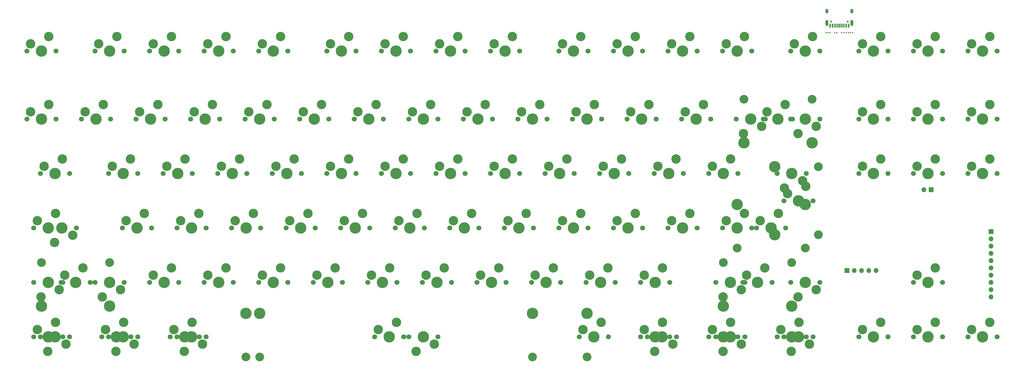
<source format=gts>
%TF.GenerationSoftware,KiCad,Pcbnew,(6.0.6)*%
%TF.CreationDate,2023-01-04T14:02:57+11:00*%
%TF.ProjectId,slime88,736c696d-6538-4382-9e6b-696361645f70,rev?*%
%TF.SameCoordinates,Original*%
%TF.FileFunction,Soldermask,Top*%
%TF.FilePolarity,Negative*%
%FSLAX46Y46*%
G04 Gerber Fmt 4.6, Leading zero omitted, Abs format (unit mm)*
G04 Created by KiCad (PCBNEW (6.0.6)) date 2023-01-04 14:02:57*
%MOMM*%
%LPD*%
G01*
G04 APERTURE LIST*
%ADD10C,3.048000*%
%ADD11C,3.987800*%
%ADD12C,0.500000*%
%ADD13C,0.650000*%
%ADD14R,0.600000X1.450000*%
%ADD15R,0.300000X1.450000*%
%ADD16O,1.000000X2.100000*%
%ADD17O,1.000000X1.600000*%
%ADD18R,1.700000X1.700000*%
%ADD19O,1.700000X1.700000*%
%ADD20C,1.750000*%
%ADD21C,3.300000*%
G04 APERTURE END LIST*
D10*
%TO.C,S5*%
X285365312Y-139280000D03*
X309177812Y-139280000D03*
D11*
X309177812Y-154520000D03*
X285365312Y-154520000D03*
%TD*%
%TO.C,S7*%
X237740312Y-157060000D03*
D10*
X123440312Y-172300000D03*
D11*
X123440312Y-157060000D03*
D10*
X237740312Y-172300000D03*
%TD*%
D11*
%TO.C,S2*%
X303304062Y-129596250D03*
X303304062Y-105783750D03*
D10*
X318544062Y-105783750D03*
X318544062Y-129596250D03*
%TD*%
%TO.C,S1*%
X292509062Y-82130000D03*
D11*
X316321562Y-97370000D03*
X292509062Y-97370000D03*
D10*
X316321562Y-82130000D03*
%TD*%
%TO.C,S6*%
X118650312Y-172300000D03*
X218662812Y-172300000D03*
D11*
X218662812Y-157060000D03*
X118650312Y-157060000D03*
%TD*%
D12*
%TO.C,J1*%
X324196562Y-58862500D03*
X329736562Y-58862500D03*
X324946562Y-58862500D03*
X330486562Y-58862500D03*
X327496562Y-58862500D03*
X321196562Y-58862500D03*
D13*
X328736562Y-54962500D03*
D12*
X322606562Y-58862500D03*
D13*
X322956562Y-54962500D03*
D12*
X328996562Y-58862500D03*
X328246562Y-58862500D03*
X326746562Y-58862500D03*
X321896562Y-58862500D03*
D14*
X329096562Y-56407500D03*
X328296562Y-56407500D03*
D15*
X327096562Y-56407500D03*
X326096562Y-56407500D03*
X325596562Y-56407500D03*
X324596562Y-56407500D03*
D14*
X323396562Y-56407500D03*
X322596562Y-56407500D03*
X322596562Y-56407500D03*
X323396562Y-56407500D03*
D15*
X324096562Y-56407500D03*
X325096562Y-56407500D03*
X326596562Y-56407500D03*
X327596562Y-56407500D03*
D14*
X328296562Y-56407500D03*
X329096562Y-56407500D03*
D16*
X321526562Y-55492500D03*
D17*
X321526562Y-51312500D03*
D16*
X330166562Y-55492500D03*
D17*
X330166562Y-51312500D03*
%TD*%
D10*
%TO.C,S3*%
X313940312Y-134200000D03*
D11*
X313940312Y-118960000D03*
X290127812Y-118960000D03*
D10*
X290127812Y-134200000D03*
%TD*%
D18*
%TO.C,J2*%
X328530000Y-142070000D03*
D19*
X331070000Y-142070000D03*
X333610000Y-142070000D03*
X336150000Y-142070000D03*
X338690000Y-142070000D03*
%TD*%
D11*
%TO.C,SW95*%
X240121562Y-165315000D03*
D20*
X235041562Y-165315000D03*
X245201562Y-165315000D03*
D21*
X236311562Y-162775000D03*
X242661562Y-160235000D03*
%TD*%
D20*
%TO.C,SW69*%
X296954062Y-127215000D03*
D11*
X302034062Y-127215000D03*
D20*
X307114062Y-127215000D03*
D21*
X298224062Y-124675000D03*
X304574062Y-122135000D03*
%TD*%
D20*
%TO.C,SW102*%
X332672812Y-165315000D03*
D11*
X337752812Y-165315000D03*
D20*
X342832812Y-165315000D03*
D21*
X333942812Y-162775000D03*
X340292812Y-160235000D03*
%TD*%
D20*
%TO.C,SW86*%
X361882812Y-146265000D03*
X351722812Y-146265000D03*
D11*
X356802812Y-146265000D03*
D21*
X352992812Y-143725000D03*
X359342812Y-141185000D03*
%TD*%
D11*
%TO.C,SW29*%
X256790312Y-89115000D03*
D20*
X251710312Y-89115000D03*
X261870312Y-89115000D03*
D21*
X252980312Y-86575000D03*
X259330312Y-84035000D03*
%TD*%
D20*
%TO.C,SW42*%
X146935312Y-108165000D03*
D11*
X152015312Y-108165000D03*
D20*
X157095312Y-108165000D03*
D21*
X148205312Y-105625000D03*
X154555312Y-103085000D03*
%TD*%
D11*
%TO.C,SW3*%
X90102812Y-65302500D03*
D20*
X95182812Y-65302500D03*
X85022812Y-65302500D03*
D21*
X86292812Y-62762500D03*
X92642812Y-60222500D03*
%TD*%
D20*
%TO.C,SW11*%
X257107812Y-65302500D03*
D11*
X252027812Y-65302500D03*
D20*
X246947812Y-65302500D03*
D21*
X248217812Y-62762500D03*
X254567812Y-60222500D03*
%TD*%
D20*
%TO.C,SW28*%
X232660312Y-89115000D03*
X242820312Y-89115000D03*
D11*
X237740312Y-89115000D03*
D21*
X233930312Y-86575000D03*
X240280312Y-84035000D03*
%TD*%
D11*
%TO.C,SW35*%
X356802812Y-89115000D03*
D20*
X351722812Y-89115000D03*
X361882812Y-89115000D03*
D21*
X352992812Y-86575000D03*
X359342812Y-84035000D03*
%TD*%
D20*
%TO.C,SW36*%
X370772812Y-89115000D03*
X380932812Y-89115000D03*
D11*
X375852812Y-89115000D03*
D21*
X372042812Y-86575000D03*
X378392812Y-84035000D03*
%TD*%
D20*
%TO.C,SW12*%
X265997812Y-65302500D03*
D11*
X271077812Y-65302500D03*
D20*
X276157812Y-65302500D03*
D21*
X267267812Y-62762500D03*
X273617812Y-60222500D03*
%TD*%
D20*
%TO.C,SW60*%
X142807812Y-127215000D03*
X132647812Y-127215000D03*
D11*
X137727812Y-127215000D03*
D21*
X133917812Y-124675000D03*
X140267812Y-122135000D03*
%TD*%
D11*
%TO.C,SW73*%
X90102812Y-146265000D03*
D20*
X95182812Y-146265000D03*
X85022812Y-146265000D03*
D21*
X86292812Y-143725000D03*
X92642812Y-141185000D03*
%TD*%
D20*
%TO.C,SW9*%
X214245312Y-65302500D03*
D11*
X209165312Y-65302500D03*
D20*
X204085312Y-65302500D03*
D21*
X205355312Y-62762500D03*
X211705312Y-60222500D03*
%TD*%
D20*
%TO.C,SW48*%
X261235312Y-108165000D03*
D11*
X266315312Y-108165000D03*
D20*
X271395312Y-108165000D03*
D21*
X262505312Y-105625000D03*
X268855312Y-103085000D03*
%TD*%
D20*
%TO.C,SW40*%
X108835312Y-108165000D03*
D11*
X113915312Y-108165000D03*
D20*
X118995312Y-108165000D03*
D21*
X110105312Y-105625000D03*
X116455312Y-103085000D03*
%TD*%
D20*
%TO.C,SW17*%
X370772812Y-65302500D03*
D11*
X375852812Y-65302500D03*
D20*
X380932812Y-65302500D03*
D21*
X372042812Y-62762500D03*
X378392812Y-60222500D03*
%TD*%
D20*
%TO.C,SW7*%
X176145312Y-65302500D03*
X165985312Y-65302500D03*
D11*
X171065312Y-65302500D03*
D21*
X167255312Y-62762500D03*
X173605312Y-60222500D03*
%TD*%
D20*
%TO.C,SW26*%
X194560312Y-89115000D03*
X204720312Y-89115000D03*
D11*
X199640312Y-89115000D03*
D21*
X195830312Y-86575000D03*
X202180312Y-84035000D03*
%TD*%
D11*
%TO.C,SW30*%
X275840312Y-89115000D03*
D20*
X270760312Y-89115000D03*
X280920312Y-89115000D03*
D21*
X272030312Y-86575000D03*
X278380312Y-84035000D03*
%TD*%
D20*
%TO.C,SW97*%
X269014062Y-165315000D03*
D11*
X263934062Y-165315000D03*
D20*
X258854062Y-165315000D03*
D21*
X267744062Y-167855000D03*
X261394062Y-170395000D03*
%TD*%
D11*
%TO.C,SW14*%
X313940312Y-65302500D03*
D20*
X308860312Y-65302500D03*
X319020312Y-65302500D03*
D21*
X310130312Y-62762500D03*
X316480312Y-60222500D03*
%TD*%
D11*
%TO.C,SW65*%
X232977812Y-127215000D03*
D20*
X227897812Y-127215000D03*
X238057812Y-127215000D03*
D21*
X229167812Y-124675000D03*
X235517812Y-122135000D03*
%TD*%
D11*
%TO.C,SW99*%
X287746562Y-165315000D03*
D20*
X292826562Y-165315000D03*
X282666562Y-165315000D03*
D21*
X291556562Y-167855000D03*
X285206562Y-170395000D03*
%TD*%
D11*
%TO.C,SW24*%
X161540312Y-89115000D03*
D20*
X156460312Y-89115000D03*
X166620312Y-89115000D03*
D21*
X157730312Y-86575000D03*
X164080312Y-84035000D03*
%TD*%
D11*
%TO.C,SW87*%
X49621562Y-165315000D03*
D20*
X44541562Y-165315000D03*
X54701562Y-165315000D03*
D21*
X45811562Y-162775000D03*
X52161562Y-160235000D03*
%TD*%
D20*
%TO.C,SW92*%
X104707812Y-165315000D03*
X94547812Y-165315000D03*
D11*
X99627812Y-165315000D03*
D21*
X103437812Y-167855000D03*
X97087812Y-170395000D03*
%TD*%
D20*
%TO.C,SW76*%
X142172812Y-146265000D03*
X152332812Y-146265000D03*
D11*
X147252812Y-146265000D03*
D21*
X143442812Y-143725000D03*
X149792812Y-141185000D03*
%TD*%
D20*
%TO.C,SW53*%
X351722812Y-108165000D03*
X361882812Y-108165000D03*
D11*
X356802812Y-108165000D03*
D21*
X352992812Y-105625000D03*
X359342812Y-103085000D03*
%TD*%
D11*
%TO.C,SW61*%
X156777812Y-127215000D03*
D20*
X161857812Y-127215000D03*
X151697812Y-127215000D03*
D21*
X152967812Y-124675000D03*
X159317812Y-122135000D03*
%TD*%
D20*
%TO.C,SW51*%
X306479062Y-117690000D03*
X316639062Y-117690000D03*
D11*
X311559062Y-117690000D03*
D21*
X307749062Y-115150000D03*
X314099062Y-112610000D03*
%TD*%
D11*
%TO.C,SW37*%
X52002812Y-108165000D03*
D20*
X46922812Y-108165000D03*
X57082812Y-108165000D03*
D21*
X48192812Y-105625000D03*
X54542812Y-103085000D03*
%TD*%
D20*
%TO.C,SW62*%
X180907812Y-127215000D03*
D11*
X175827812Y-127215000D03*
D20*
X170747812Y-127215000D03*
D21*
X172017812Y-124675000D03*
X178367812Y-122135000D03*
%TD*%
D20*
%TO.C,SW72*%
X65972812Y-146265000D03*
X76132812Y-146265000D03*
D11*
X71052812Y-146265000D03*
D21*
X74862812Y-148805000D03*
X68512812Y-151345000D03*
%TD*%
D20*
%TO.C,SW34*%
X342832812Y-89115000D03*
D11*
X337752812Y-89115000D03*
D20*
X332672812Y-89115000D03*
D21*
X333942812Y-86575000D03*
X340292812Y-84035000D03*
%TD*%
D20*
%TO.C,SW31*%
X289810312Y-89115000D03*
D11*
X294890312Y-89115000D03*
D20*
X299970312Y-89115000D03*
D21*
X298700312Y-91655000D03*
X292350312Y-94195000D03*
%TD*%
D20*
%TO.C,SW43*%
X176145312Y-108165000D03*
X165985312Y-108165000D03*
D11*
X171065312Y-108165000D03*
D21*
X167255312Y-105625000D03*
X173605312Y-103085000D03*
%TD*%
D20*
%TO.C,SW5*%
X133282812Y-65302500D03*
D11*
X128202812Y-65302500D03*
D20*
X123122812Y-65302500D03*
D21*
X124392812Y-62762500D03*
X130742812Y-60222500D03*
%TD*%
D11*
%TO.C,SW96*%
X261552812Y-165315000D03*
D20*
X256472812Y-165315000D03*
X266632812Y-165315000D03*
D21*
X257742812Y-162775000D03*
X264092812Y-160235000D03*
%TD*%
D20*
%TO.C,SW74*%
X104072812Y-146265000D03*
D11*
X109152812Y-146265000D03*
D20*
X114232812Y-146265000D03*
D21*
X105342812Y-143725000D03*
X111692812Y-141185000D03*
%TD*%
D10*
%TO.C,S4*%
X47240312Y-139280000D03*
D11*
X47240312Y-154520000D03*
X71052812Y-154520000D03*
D10*
X71052812Y-139280000D03*
%TD*%
D11*
%TO.C,SW82*%
X261552812Y-146265000D03*
D20*
X266632812Y-146265000D03*
X256472812Y-146265000D03*
D21*
X257742812Y-143725000D03*
X264092812Y-141185000D03*
%TD*%
D20*
%TO.C,SW98*%
X290445312Y-165315000D03*
D11*
X285365312Y-165315000D03*
D20*
X280285312Y-165315000D03*
D21*
X281555312Y-162775000D03*
X287905312Y-160235000D03*
%TD*%
D11*
%TO.C,SW49*%
X285365312Y-108165000D03*
D20*
X290445312Y-108165000D03*
X280285312Y-108165000D03*
D21*
X281555312Y-105625000D03*
X287905312Y-103085000D03*
%TD*%
D20*
%TO.C,SW89*%
X78514062Y-165315000D03*
D11*
X73434062Y-165315000D03*
D20*
X68354062Y-165315000D03*
D21*
X69624062Y-162775000D03*
X75974062Y-160235000D03*
%TD*%
D20*
%TO.C,SW58*%
X104707812Y-127215000D03*
X94547812Y-127215000D03*
D11*
X99627812Y-127215000D03*
D21*
X95817812Y-124675000D03*
X102167812Y-122135000D03*
%TD*%
D11*
%TO.C,SW75*%
X128202812Y-146265000D03*
D20*
X133282812Y-146265000D03*
X123122812Y-146265000D03*
D21*
X124392812Y-143725000D03*
X130742812Y-141185000D03*
%TD*%
D20*
%TO.C,SW2*%
X76132812Y-65302500D03*
X65972812Y-65302500D03*
D11*
X71052812Y-65302500D03*
D21*
X67242812Y-62762500D03*
X73592812Y-60222500D03*
%TD*%
D20*
%TO.C,SW32*%
X299335312Y-89115000D03*
X309495312Y-89115000D03*
D11*
X304415312Y-89115000D03*
D21*
X300605312Y-86575000D03*
X306955312Y-84035000D03*
%TD*%
D20*
%TO.C,SW80*%
X228532812Y-146265000D03*
X218372812Y-146265000D03*
D11*
X223452812Y-146265000D03*
D21*
X219642812Y-143725000D03*
X225992812Y-141185000D03*
%TD*%
D11*
%TO.C,SW56*%
X54384062Y-127215000D03*
D20*
X49304062Y-127215000D03*
X59464062Y-127215000D03*
D21*
X58194062Y-129755000D03*
X51844062Y-132295000D03*
%TD*%
D20*
%TO.C,SW66*%
X246947812Y-127215000D03*
X257107812Y-127215000D03*
D11*
X252027812Y-127215000D03*
D21*
X248217812Y-124675000D03*
X254567812Y-122135000D03*
%TD*%
D20*
%TO.C,SW22*%
X128520312Y-89115000D03*
X118360312Y-89115000D03*
D11*
X123440312Y-89115000D03*
D21*
X119630312Y-86575000D03*
X125980312Y-84035000D03*
%TD*%
D11*
%TO.C,SW4*%
X109152812Y-65302500D03*
D20*
X114232812Y-65302500D03*
X104072812Y-65302500D03*
D21*
X105342812Y-62762500D03*
X111692812Y-60222500D03*
%TD*%
D20*
%TO.C,SW84*%
X292191562Y-146265000D03*
X302351562Y-146265000D03*
D11*
X297271562Y-146265000D03*
D21*
X293461562Y-143725000D03*
X299811562Y-141185000D03*
%TD*%
D20*
%TO.C,SW45*%
X214245312Y-108165000D03*
D11*
X209165312Y-108165000D03*
D20*
X204085312Y-108165000D03*
D21*
X205355312Y-105625000D03*
X211705312Y-103085000D03*
%TD*%
D11*
%TO.C,SW78*%
X185352812Y-146265000D03*
D20*
X190432812Y-146265000D03*
X180272812Y-146265000D03*
D21*
X181542812Y-143725000D03*
X187892812Y-141185000D03*
%TD*%
D11*
%TO.C,SW16*%
X356802812Y-65302500D03*
D20*
X351722812Y-65302500D03*
X361882812Y-65302500D03*
D21*
X352992812Y-62762500D03*
X359342812Y-60222500D03*
%TD*%
D20*
%TO.C,SW104*%
X380932812Y-165315000D03*
D11*
X375852812Y-165315000D03*
D20*
X370772812Y-165315000D03*
D21*
X372042812Y-162775000D03*
X378392812Y-160235000D03*
%TD*%
D20*
%TO.C,SW59*%
X123757812Y-127215000D03*
D11*
X118677812Y-127215000D03*
D20*
X113597812Y-127215000D03*
D21*
X114867812Y-124675000D03*
X121217812Y-122135000D03*
%TD*%
D20*
%TO.C,SW79*%
X199322812Y-146265000D03*
D11*
X204402812Y-146265000D03*
D20*
X209482812Y-146265000D03*
D21*
X200592812Y-143725000D03*
X206942812Y-141185000D03*
%TD*%
D20*
%TO.C,SW47*%
X242185312Y-108165000D03*
D11*
X247265312Y-108165000D03*
D20*
X252345312Y-108165000D03*
D21*
X243455312Y-105625000D03*
X249805312Y-103085000D03*
%TD*%
D20*
%TO.C,SW25*%
X185670312Y-89115000D03*
D11*
X180590312Y-89115000D03*
D20*
X175510312Y-89115000D03*
D21*
X176780312Y-86575000D03*
X183130312Y-84035000D03*
%TD*%
D11*
%TO.C,SW44*%
X190115312Y-108165000D03*
D20*
X195195312Y-108165000D03*
X185035312Y-108165000D03*
D21*
X186305312Y-105625000D03*
X192655312Y-103085000D03*
%TD*%
D20*
%TO.C,SW13*%
X285047812Y-65302500D03*
X295207812Y-65302500D03*
D11*
X290127812Y-65302500D03*
D21*
X286317812Y-62762500D03*
X292667812Y-60222500D03*
%TD*%
D11*
%TO.C,SW77*%
X166302812Y-146265000D03*
D20*
X161222812Y-146265000D03*
X171382812Y-146265000D03*
D21*
X162492812Y-143725000D03*
X168842812Y-141185000D03*
%TD*%
D20*
%TO.C,SW83*%
X292826562Y-146265000D03*
X282666562Y-146265000D03*
D11*
X287746562Y-146265000D03*
D21*
X291556562Y-148805000D03*
X285206562Y-151345000D03*
%TD*%
D11*
%TO.C,SW63*%
X194877812Y-127215000D03*
D20*
X199957812Y-127215000D03*
X189797812Y-127215000D03*
D21*
X191067812Y-124675000D03*
X197417812Y-122135000D03*
%TD*%
D20*
%TO.C,SW52*%
X342832812Y-108165000D03*
X332672812Y-108165000D03*
D11*
X337752812Y-108165000D03*
D21*
X333942812Y-105625000D03*
X340292812Y-103085000D03*
%TD*%
D11*
%TO.C,SW46*%
X228215312Y-108165000D03*
D20*
X233295312Y-108165000D03*
X223135312Y-108165000D03*
D21*
X224405312Y-105625000D03*
X230755312Y-103085000D03*
%TD*%
D20*
%TO.C,SW23*%
X147570312Y-89115000D03*
X137410312Y-89115000D03*
D11*
X142490312Y-89115000D03*
D21*
X138680312Y-86575000D03*
X145030312Y-84035000D03*
%TD*%
D20*
%TO.C,SW101*%
X316639062Y-165315000D03*
D11*
X311559062Y-165315000D03*
D20*
X306479062Y-165315000D03*
D21*
X315369062Y-167855000D03*
X309019062Y-170395000D03*
%TD*%
D20*
%TO.C,SW55*%
X54701562Y-127215000D03*
D11*
X49621562Y-127215000D03*
D20*
X44541562Y-127215000D03*
D21*
X45811562Y-124675000D03*
X52161562Y-122135000D03*
%TD*%
D11*
%TO.C,SW38*%
X75815312Y-108165000D03*
D20*
X70735312Y-108165000D03*
X80895312Y-108165000D03*
D21*
X72005312Y-105625000D03*
X78355312Y-103085000D03*
%TD*%
D20*
%TO.C,SW21*%
X109470312Y-89115000D03*
X99310312Y-89115000D03*
D11*
X104390312Y-89115000D03*
D21*
X100580312Y-86575000D03*
X106930312Y-84035000D03*
%TD*%
D20*
%TO.C,SW15*%
X342832812Y-65302500D03*
D11*
X337752812Y-65302500D03*
D20*
X332672812Y-65302500D03*
D21*
X333942812Y-62762500D03*
X340292812Y-60222500D03*
%TD*%
D11*
%TO.C,SW81*%
X242502812Y-146265000D03*
D20*
X237422812Y-146265000D03*
X247582812Y-146265000D03*
D21*
X238692812Y-143725000D03*
X245042812Y-141185000D03*
%TD*%
D11*
%TO.C,SW8*%
X190115312Y-65302500D03*
D20*
X185035312Y-65302500D03*
X195195312Y-65302500D03*
D21*
X186305312Y-62762500D03*
X192655312Y-60222500D03*
%TD*%
D20*
%TO.C,SW70*%
X54701562Y-146265000D03*
X44541562Y-146265000D03*
D11*
X49621562Y-146265000D03*
D21*
X53431562Y-148805000D03*
X47081562Y-151345000D03*
%TD*%
D20*
%TO.C,SW19*%
X61210312Y-89115000D03*
D11*
X66290312Y-89115000D03*
D20*
X71370312Y-89115000D03*
D21*
X62480312Y-86575000D03*
X68830312Y-84035000D03*
%TD*%
D20*
%TO.C,SW68*%
X295207812Y-127215000D03*
X285047812Y-127215000D03*
D11*
X290127812Y-127215000D03*
D21*
X286317812Y-124675000D03*
X292667812Y-122135000D03*
%TD*%
D20*
%TO.C,SW6*%
X146935312Y-65302500D03*
X157095312Y-65302500D03*
D11*
X152015312Y-65302500D03*
D21*
X148205312Y-62762500D03*
X154555312Y-60222500D03*
%TD*%
D20*
%TO.C,SW50*%
X314257812Y-108165000D03*
X304097812Y-108165000D03*
D11*
X309177812Y-108165000D03*
D21*
X312987812Y-110705000D03*
X306637812Y-113245000D03*
%TD*%
D20*
%TO.C,SW1*%
X42160312Y-65302500D03*
D11*
X47240312Y-65302500D03*
D20*
X52320312Y-65302500D03*
D21*
X43430312Y-62762500D03*
X49780312Y-60222500D03*
%TD*%
D11*
%TO.C,SW64*%
X213927812Y-127215000D03*
D20*
X219007812Y-127215000D03*
X208847812Y-127215000D03*
D21*
X210117812Y-124675000D03*
X216467812Y-122135000D03*
%TD*%
D11*
%TO.C,SW10*%
X232977812Y-65302500D03*
D20*
X238057812Y-65302500D03*
X227897812Y-65302500D03*
D21*
X229167812Y-62762500D03*
X235517812Y-60222500D03*
%TD*%
D18*
%TO.C,J4*%
X378845312Y-128457500D03*
D19*
X378845312Y-130997500D03*
X378845312Y-133537500D03*
X378845312Y-136077500D03*
X378845312Y-138617500D03*
X378845312Y-141157500D03*
X378845312Y-143697500D03*
X378845312Y-146237500D03*
X378845312Y-148777500D03*
X378845312Y-151317500D03*
%TD*%
D20*
%TO.C,SW71*%
X54066562Y-146265000D03*
X64226562Y-146265000D03*
D11*
X59146562Y-146265000D03*
D21*
X55336562Y-143725000D03*
X61686562Y-141185000D03*
%TD*%
D20*
%TO.C,SW33*%
X308860312Y-89115000D03*
X319020312Y-89115000D03*
D11*
X313940312Y-89115000D03*
D21*
X317750312Y-91655000D03*
X311400312Y-94195000D03*
%TD*%
D11*
%TO.C,SW93*%
X168684062Y-165315000D03*
D20*
X173764062Y-165315000D03*
X163604062Y-165315000D03*
D21*
X164874062Y-162775000D03*
X171224062Y-160235000D03*
%TD*%
D18*
%TO.C,SW0*%
X357910000Y-113870000D03*
D19*
X355370000Y-113870000D03*
%TD*%
D11*
%TO.C,SW103*%
X356802812Y-165315000D03*
D20*
X361882812Y-165315000D03*
X351722812Y-165315000D03*
D21*
X352992812Y-162775000D03*
X359342812Y-160235000D03*
%TD*%
D20*
%TO.C,SW67*%
X276157812Y-127215000D03*
D11*
X271077812Y-127215000D03*
D20*
X265997812Y-127215000D03*
D21*
X267267812Y-124675000D03*
X273617812Y-122135000D03*
%TD*%
D20*
%TO.C,SW88*%
X57082812Y-165315000D03*
X46922812Y-165315000D03*
D11*
X52002812Y-165315000D03*
D21*
X55812812Y-167855000D03*
X49462812Y-170395000D03*
%TD*%
D11*
%TO.C,SW57*%
X80577812Y-127215000D03*
D20*
X75497812Y-127215000D03*
X85657812Y-127215000D03*
D21*
X76767812Y-124675000D03*
X83117812Y-122135000D03*
%TD*%
D20*
%TO.C,SW85*%
X319020312Y-146265000D03*
D11*
X313940312Y-146265000D03*
D20*
X308860312Y-146265000D03*
D21*
X317750312Y-148805000D03*
X311400312Y-151345000D03*
%TD*%
D20*
%TO.C,SW39*%
X89785312Y-108165000D03*
X99945312Y-108165000D03*
D11*
X94865312Y-108165000D03*
D21*
X91055312Y-105625000D03*
X97405312Y-103085000D03*
%TD*%
D11*
%TO.C,SW90*%
X75815312Y-165315000D03*
D20*
X80895312Y-165315000D03*
X70735312Y-165315000D03*
D21*
X79625312Y-167855000D03*
X73275312Y-170395000D03*
%TD*%
D11*
%TO.C,SW20*%
X85340312Y-89115000D03*
D20*
X90420312Y-89115000D03*
X80260312Y-89115000D03*
D21*
X81530312Y-86575000D03*
X87880312Y-84035000D03*
%TD*%
D20*
%TO.C,SW18*%
X42160312Y-89115000D03*
X52320312Y-89115000D03*
D11*
X47240312Y-89115000D03*
D21*
X43430312Y-86575000D03*
X49780312Y-84035000D03*
%TD*%
D20*
%TO.C,SW91*%
X102326562Y-165315000D03*
X92166562Y-165315000D03*
D11*
X97246562Y-165315000D03*
D21*
X93436562Y-162775000D03*
X99786562Y-160235000D03*
%TD*%
D20*
%TO.C,SW100*%
X304097812Y-165315000D03*
X314257812Y-165315000D03*
D11*
X309177812Y-165315000D03*
D21*
X305367812Y-162775000D03*
X311717812Y-160235000D03*
%TD*%
D11*
%TO.C,SW94*%
X180590312Y-165315000D03*
D20*
X175510312Y-165315000D03*
X185670312Y-165315000D03*
D21*
X184400312Y-167855000D03*
X178050312Y-170395000D03*
%TD*%
D11*
%TO.C,SW54*%
X375852812Y-108165000D03*
D20*
X380932812Y-108165000D03*
X370772812Y-108165000D03*
D21*
X372042812Y-105625000D03*
X378392812Y-103085000D03*
%TD*%
D20*
%TO.C,SW27*%
X213610312Y-89115000D03*
X223770312Y-89115000D03*
D11*
X218690312Y-89115000D03*
D21*
X214880312Y-86575000D03*
X221230312Y-84035000D03*
%TD*%
D11*
%TO.C,SW41*%
X132965312Y-108165000D03*
D20*
X127885312Y-108165000D03*
X138045312Y-108165000D03*
D21*
X129155312Y-105625000D03*
X135505312Y-103085000D03*
%TD*%
M02*

</source>
